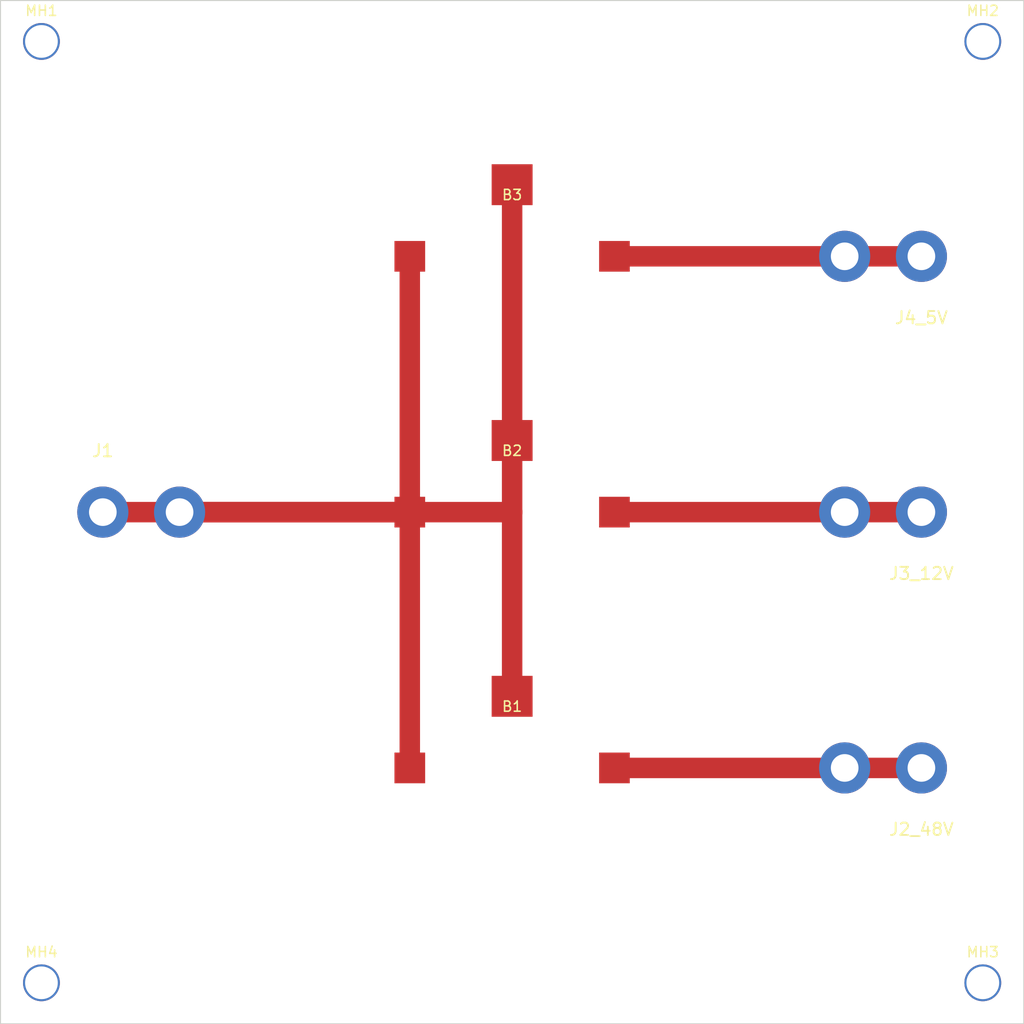
<source format=kicad_pcb>
(kicad_pcb (version 20221018) (generator "pre-route-script")
  (layers (0 "F.Cu" signal) (31 "B.Cu" signal) (34 "Edge.Cuts" user))
  (net 0 "")
  (net 1 "VIN")
  (net 2 "GND")
  (net 3 "V48")
  (net 4 "V12")
  (net 5 "V5")
  (gr_rect (start 0 0) (end 100 100) (layer "Edge.Cuts") (width 0.1))
  (footprint "MountHole:M3" (layer "F.Cu") (at 4 4)
    (fp_text reference "MH1" (at 0 -3) (layer "F.SilkS"))
    (fp_text value "M3")
    (pad "" np_thru_hole circle (at 0 0) (size 3.6 3.6) (drill 3.2) (layers "*.Cu" "*.Mask"))
  )
  (footprint "MountHole:M3" (layer "F.Cu") (at 96 4)
    (fp_text reference "MH2" (at 0 -3) (layer "F.SilkS"))
    (fp_text value "M3")
    (pad "" np_thru_hole circle (at 0 0) (size 3.6 3.6) (drill 3.2) (layers "*.Cu" "*.Mask"))
  )
  (footprint "MountHole:M3" (layer "F.Cu") (at 96 96)
    (fp_text reference "MH3" (at 0 -3) (layer "F.SilkS"))
    (fp_text value "M3")
    (pad "" np_thru_hole circle (at 0 0) (size 3.6 3.6) (drill 3.2) (layers "*.Cu" "*.Mask"))
  )
  (footprint "MountHole:M3" (layer "F.Cu") (at 4 96)
    (fp_text reference "MH4" (at 0 -3) (layer "F.SilkS"))
    (fp_text value "M3")
    (pad "" np_thru_hole circle (at 0 0) (size 3.6 3.6) (drill 3.2) (layers "*.Cu" "*.Mask"))
  )
  (footprint "Conn:XT90_Simplified" (layer "F.Cu") (at 10 50 0)
    (fp_text reference "J1" (at 0 -6) (layer "F.SilkS") (effects (font (size 1.2 1.2) (thickness 0.18))))
    (fp_text value "J1")
    (pad "1" thru_hole circle (at 0 0) (size 5 5) (drill 2.7) (layers "*.Cu" "*.Mask") (net 1 "VIN"))
    (pad "2" thru_hole circle (at 7.5 0) (size 5 5) (drill 2.7) (layers "*.Cu" "*.Mask") (net 2 "GND"))
  )
  (footprint "Conn:XT90_Simplified" (layer "F.Cu") (at 90 75 180)
    (fp_text reference "J2_48V" (at 0 -6) (layer "F.SilkS") (effects (font (size 1.2 1.2) (thickness 0.18))))
    (fp_text value "J2_48V")
    (pad "1" thru_hole circle (at 0 0) (size 5 5) (drill 2.7) (layers "*.Cu" "*.Mask") (net 3 "V48"))
    (pad "2" thru_hole circle (at 7.5 0) (size 5 5) (drill 2.7) (layers "*.Cu" "*.Mask") (net 2 "GND"))
  )
  (footprint "Conn:XT90_Simplified" (layer "F.Cu") (at 90 50 180)
    (fp_text reference "J3_12V" (at 0 -6) (layer "F.SilkS") (effects (font (size 1.2 1.2) (thickness 0.18))))
    (fp_text value "J3_12V")
    (pad "1" thru_hole circle (at 0 0) (size 5 5) (drill 2.7) (layers "*.Cu" "*.Mask") (net 4 "V12"))
    (pad "2" thru_hole circle (at 7.5 0) (size 5 5) (drill 2.7) (layers "*.Cu" "*.Mask") (net 2 "GND"))
  )
  (footprint "Conn:XT90_Simplified" (layer "F.Cu") (at 90 25 180)
    (fp_text reference "J4_5V" (at 0 -6) (layer "F.SilkS") (effects (font (size 1.2 1.2) (thickness 0.18))))
    (fp_text value "J4_5V")
    (pad "1" thru_hole circle (at 0 0) (size 5 5) (drill 2.7) (layers "*.Cu" "*.Mask") (net 5 "V5"))
    (pad "2" thru_hole circle (at 7.5 0) (size 5 5) (drill 2.7) (layers "*.Cu" "*.Mask") (net 2 "GND"))
  )
  (footprint "Power:BuckBlock" (layer "F.Cu") (at 50 75)
    (fp_text reference "B1" (at 0 -6) (layer "F.SilkS"))
    (fp_text value "48V_Buck")
    (pad "1" smd rect (at -10 0) (size 3 3) (layers "F.Cu" "F.Paste" "F.Mask") (net 1 "VIN"))
    (pad "2" smd rect (at 10 0) (size 3 3) (layers "F.Cu" "F.Paste" "F.Mask") (net 3 "V48"))
    (pad "3" smd rect (at 0 -7) (size 4 4) (layers "F.Cu" "F.Paste" "F.Mask") (net 2 "GND"))
  )
  (footprint "Power:BuckBlock" (layer "F.Cu") (at 50 50)
    (fp_text reference "B2" (at 0 -6) (layer "F.SilkS"))
    (fp_text value "12V_Buck (Master)")
    (pad "1" smd rect (at -10 0) (size 3 3) (layers "F.Cu" "F.Paste" "F.Mask") (net 1 "VIN"))
    (pad "2" smd rect (at 10 0) (size 3 3) (layers "F.Cu" "F.Paste" "F.Mask") (net 4 "V12"))
    (pad "3" smd rect (at 0 -7) (size 4 4) (layers "F.Cu" "F.Paste" "F.Mask") (net 2 "GND"))
  )
  (footprint "Power:BuckBlock" (layer "F.Cu") (at 50 25)
    (fp_text reference "B3" (at 0 -6) (layer "F.SilkS"))
    (fp_text value "5V_Buck")
    (pad "1" smd rect (at -10 0) (size 3 3) (layers "F.Cu" "F.Paste" "F.Mask") (net 1 "VIN"))
    (pad "2" smd rect (at 10 0) (size 3 3) (layers "F.Cu" "F.Paste" "F.Mask") (net 5 "V5"))
    (pad "3" smd rect (at 0 -7) (size 4 4) (layers "F.Cu" "F.Paste" "F.Mask") (net 2 "GND"))
  )
  (segment (start 10 50) (end 40 50) (width 2.0) (layer "F.Cu") (net 1))
  (segment (start 40 50) (end 40 75) (width 2.0) (layer "F.Cu") (net 1))
  (segment (start 40 50) (end 40 25) (width 2.0) (layer "F.Cu") (net 1))
  (segment (start 17.5 50) (end 50 50) (width 2.0) (layer "F.Cu") (net 2))
  (segment (start 50 50) (end 50 68) (width 2.0) (layer "F.Cu") (net 2))
  (segment (start 50 50) (end 50 43) (width 2.0) (layer "F.Cu") (net 2))
  (segment (start 50 43) (end 50 18) (width 2.0) (layer "F.Cu") (net 2))
  (segment (start 60 75) (end 90 75) (width 2.0) (layer "F.Cu") (net 3))
  (segment (start 60 50) (end 90 50) (width 2.0) (layer "F.Cu") (net 4))
  (segment (start 60 25) (end 90 25) (width 2.0) (layer "F.Cu") (net 5))
)
</source>
